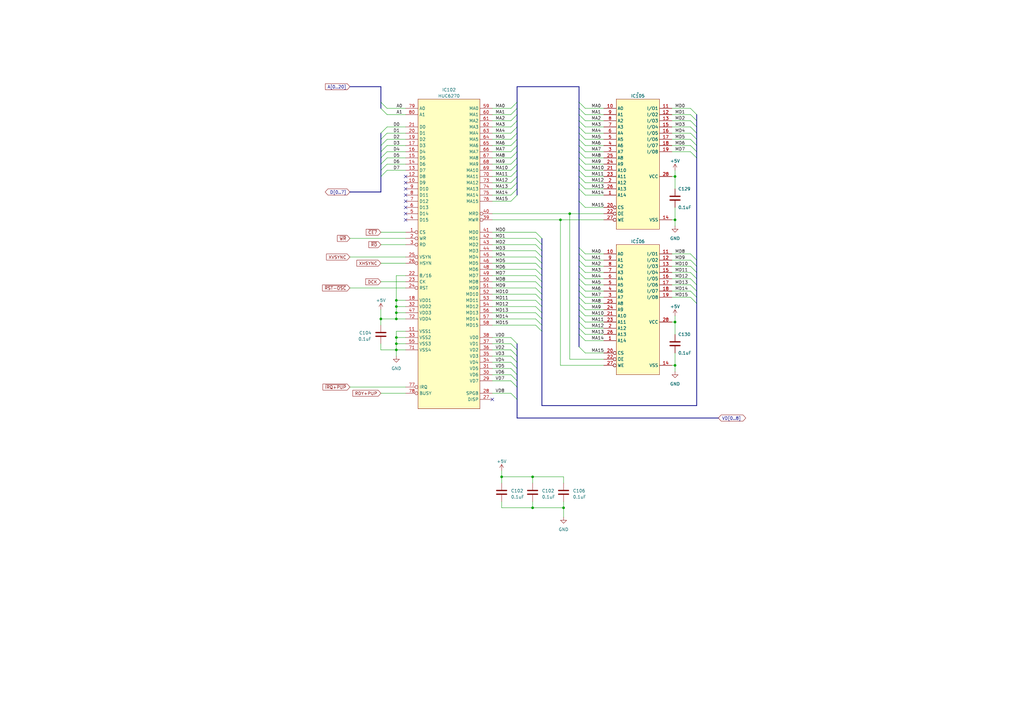
<source format=kicad_sch>
(kicad_sch (version 20230121) (generator eeschema)
  (paper "A3")
  (lib_symbols
    (symbol "Device:C" (pin_numbers hide) (pin_names (offset 0.254))
      (property "Reference" "C" (at 0.635 2.54 0))
      (property "Value" "C" (at 0.635 -2.54 0))
      (symbol "C_0_1"
        (polyline (pts (xy -2.032 -0.762) (xy 2.032 -0.762)) (stroke (width 0.508)))
        (polyline (pts (xy -2.032 0.762) (xy 2.032 0.762)) (stroke (width 0.508)))
      )
      (symbol "C_1_1"
        (pin passive line (at 0 3.81 270) (length 2.794) (name "~") (number "1"))
        (pin passive line (at 0 -3.81 90) (length 2.794) (name "~") (number "2"))
      )
    )
    (symbol "PC-Engine:Hu6270"
      (property "Reference" "IC" (at 0 62.23 0))
      (symbol "Hu6270_1_1"
        (rectangle (start -12.7 59.69) (end 12.7 -67.31) (fill (type background)))
        (pin input inverted (at -17.78 5.08 0) (length 5.08) (name "CS") (number "1"))
        (pin bidirectional line (at -17.78 25.4 0) (length 5.08) (name "D9") (number "10"))
        (pin input line (at -17.78 -35.56 0) (length 5.08) (name "VSS1") (number "11"))
        (pin bidirectional line (at -17.78 27.94 0) (length 5.08) (name "D8") (number "12"))
        (pin bidirectional line (at -17.78 30.48 0) (length 5.08) (name "D7") (number "13"))
        (pin bidirectional line (at -17.78 33.02 0) (length 5.08) (name "D6") (number "14"))
        (pin bidirectional line (at -17.78 35.56 0) (length 5.08) (name "D5") (number "15"))
        (pin bidirectional line (at -17.78 38.1 0) (length 5.08) (name "D4") (number "16"))
        (pin bidirectional line (at -17.78 40.64 0) (length 5.08) (name "D3") (number "17"))
        (pin power_in line (at -17.78 -22.86 0) (length 5.08) (name "VDD1") (number "18"))
        (pin bidirectional line (at -17.78 43.18 0) (length 5.08) (name "D2") (number "19"))
        (pin input inverted (at -17.78 2.54 0) (length 5.08) (name "WR") (number "2"))
        (pin bidirectional line (at -17.78 45.72 0) (length 5.08) (name "D1") (number "20"))
        (pin bidirectional line (at -17.78 48.26 0) (length 5.08) (name "D0") (number "21"))
        (pin input line (at -17.78 -12.7 0) (length 5.08) (name "8/16") (number "22"))
        (pin input line (at -17.78 -15.24 0) (length 5.08) (name "CK") (number "23"))
        (pin input inverted (at -17.78 -17.78 0) (length 5.08) (name "RST") (number "24"))
        (pin input inverted (at -17.78 -5.08 0) (length 5.08) (name "VSYN") (number "25"))
        (pin input inverted (at -17.78 -7.62 0) (length 5.08) (name "HSYN") (number "26"))
        (pin output line (at 17.78 -63.5 180) (length 5.08) (name "DISP") (number "27"))
        (pin output line (at 17.78 -60.96 180) (length 5.08) (name "SPGB") (number "28"))
        (pin bidirectional line (at 17.78 -55.88 180) (length 5.08) (name "VD7") (number "29"))
        (pin input inverted (at -17.78 0 0) (length 5.08) (name "RD") (number "3"))
        (pin bidirectional line (at 17.78 -53.34 180) (length 5.08) (name "VD6") (number "30"))
        (pin bidirectional line (at 17.78 -50.8 180) (length 5.08) (name "VD5") (number "31"))
        (pin power_in line (at -17.78 -25.4 0) (length 5.08) (name "VDD2") (number "32"))
        (pin input line (at -17.78 -38.1 0) (length 5.08) (name "VSS2") (number "33"))
        (pin bidirectional line (at 17.78 -48.26 180) (length 5.08) (name "VD4") (number "34"))
        (pin bidirectional line (at 17.78 -45.72 180) (length 5.08) (name "VD3") (number "35"))
        (pin bidirectional line (at 17.78 -43.18 180) (length 5.08) (name "VD2") (number "36"))
        (pin bidirectional line (at 17.78 -40.64 180) (length 5.08) (name "VD1") (number "37"))
        (pin bidirectional line (at 17.78 -38.1 180) (length 5.08) (name "VD0") (number "38"))
        (pin output inverted (at 17.78 10.16 180) (length 5.08) (name "MWR") (number "39"))
        (pin bidirectional line (at -17.78 10.16 0) (length 5.08) (name "D15") (number "4"))
        (pin output inverted (at 17.78 12.7 180) (length 5.08) (name "MRD") (number "40"))
        (pin bidirectional line (at 17.78 5.08 180) (length 5.08) (name "MD0") (number "41"))
        (pin bidirectional line (at 17.78 2.54 180) (length 5.08) (name "MD1") (number "42"))
        (pin bidirectional line (at 17.78 0 180) (length 5.08) (name "MD2") (number "43"))
        (pin bidirectional line (at 17.78 -2.54 180) (length 5.08) (name "MD3") (number "44"))
        (pin bidirectional line (at 17.78 -5.08 180) (length 5.08) (name "MD4") (number "45"))
        (pin bidirectional line (at 17.78 -7.62 180) (length 5.08) (name "MD5") (number "46"))
        (pin power_in line (at -17.78 -27.94 0) (length 5.08) (name "VDD3") (number "47"))
        (pin bidirectional line (at 17.78 -10.16 180) (length 5.08) (name "MD6") (number "48"))
        (pin bidirectional line (at 17.78 -12.7 180) (length 5.08) (name "MD7") (number "49"))
        (pin bidirectional line (at -17.78 12.7 0) (length 5.08) (name "D14") (number "5"))
        (pin bidirectional line (at 17.78 -15.24 180) (length 5.08) (name "MD8") (number "50"))
        (pin bidirectional line (at 17.78 -17.78 180) (length 5.08) (name "MD9") (number "51"))
        (pin bidirectional line (at 17.78 -20.32 180) (length 5.08) (name "MD10") (number "52"))
        (pin bidirectional line (at 17.78 -22.86 180) (length 5.08) (name "MD11") (number "53"))
        (pin bidirectional line (at 17.78 -25.4 180) (length 5.08) (name "MD12") (number "54"))
        (pin input line (at -17.78 -40.64 0) (length 5.08) (name "VSS3") (number "55"))
        (pin bidirectional line (at 17.78 -27.94 180) (length 5.08) (name "MD13") (number "56"))
        (pin bidirectional line (at 17.78 -30.48 180) (length 5.08) (name "MD14") (number "57"))
        (pin bidirectional line (at 17.78 -33.02 180) (length 5.08) (name "MD15") (number "58"))
        (pin output line (at 17.78 55.88 180) (length 5.08) (name "MA0") (number "59"))
        (pin bidirectional line (at -17.78 15.24 0) (length 5.08) (name "D13") (number "6"))
        (pin output line (at 17.78 53.34 180) (length 5.08) (name "MA1") (number "60"))
        (pin output line (at 17.78 50.8 180) (length 5.08) (name "MA2") (number "61"))
        (pin output line (at 17.78 48.26 180) (length 5.08) (name "MA3") (number "62"))
        (pin output line (at 17.78 45.72 180) (length 5.08) (name "MA4") (number "63"))
        (pin output line (at 17.78 43.18 180) (length 5.08) (name "MA5") (number "64"))
        (pin output line (at 17.78 40.64 180) (length 5.08) (name "MA6") (number "65"))
        (pin output line (at 17.78 38.1 180) (length 5.08) (name "MA7") (number "66"))
        (pin output line (at 17.78 35.56 180) (length 5.08) (name "MA8") (number "67"))
        (pin output line (at 17.78 33.02 180) (length 5.08) (name "MA9") (number "68"))
        (pin output line (at 17.78 30.48 180) (length 5.08) (name "MA10") (number "69"))
        (pin bidirectional line (at -17.78 17.78 0) (length 5.08) (name "D12") (number "7"))
        (pin output line (at 17.78 27.94 180) (length 5.08) (name "MA11") (number "70"))
        (pin input line (at -17.78 -43.18 0) (length 5.08) (name "VSS4") (number "71"))
        (pin power_in line (at -17.78 -30.48 0) (length 5.08) (name "VDD4") (number "72"))
        (pin output line (at 17.78 25.4 180) (length 5.08) (name "MA12") (number "73"))
        (pin output line (at 17.78 22.86 180) (length 5.08) (name "MA13") (number "74"))
        (pin output line (at 17.78 20.32 180) (length 5.08) (name "MA14") (number "75"))
        (pin output line (at 17.78 17.78 180) (length 5.08) (name "MA15") (number "76"))
        (pin input inverted (at -17.78 -58.42 0) (length 5.08) (name "IRQ") (number "77"))
        (pin input inverted (at -17.78 -60.96 0) (length 5.08) (name "BUSY") (number "78"))
        (pin input line (at -17.78 55.88 0) (length 5.08) (name "A0") (number "79"))
        (pin bidirectional line (at -17.78 20.32 0) (length 5.08) (name "D11") (number "8"))
        (pin input line (at -17.78 53.34 0) (length 5.08) (name "A1") (number "80"))
        (pin bidirectional line (at -17.78 22.86 0) (length 5.08) (name "D10") (number "9"))
      )
    )
    (symbol "PC-Engine:M20256"
      (property "Reference" "IC" (at 0 0 0))
      (symbol "M20256_1_1"
        (rectangle (start -8.89 -2.54) (end 8.89 -55.88) (fill (type background)))
        (pin input line (at -13.97 -41.91 0) (length 5.08) (name "A14") (number "1"))
        (pin input line (at -13.97 -6.35 0) (length 5.08) (name "A0") (number "10"))
        (pin bidirectional line (at 13.97 -6.35 180) (length 5.08) (name "I/O1") (number "11"))
        (pin bidirectional line (at 13.97 -8.89 180) (length 5.08) (name "I/O2") (number "12"))
        (pin bidirectional line (at 13.97 -11.43 180) (length 5.08) (name "I/O3") (number "13"))
        (pin power_in line (at 13.97 -52.07 180) (length 5.08) (name "VSS") (number "14"))
        (pin bidirectional line (at 13.97 -13.97 180) (length 5.08) (name "I/O4") (number "15"))
        (pin bidirectional line (at 13.97 -16.51 180) (length 5.08) (name "I/O5") (number "16"))
        (pin bidirectional line (at 13.97 -19.05 180) (length 5.08) (name "I/O6") (number "17"))
        (pin bidirectional line (at 13.97 -21.59 180) (length 5.08) (name "I/O7") (number "18"))
        (pin bidirectional line (at 13.97 -24.13 180) (length 5.08) (name "I/O8") (number "19"))
        (pin input line (at -13.97 -36.83 0) (length 5.08) (name "A12") (number "2"))
        (pin input inverted (at -13.97 -46.99 0) (length 5.08) (name "CS") (number "20"))
        (pin input line (at -13.97 -31.75 0) (length 5.08) (name "A10") (number "21"))
        (pin input inverted (at -13.97 -49.53 0) (length 5.08) (name "OE") (number "22"))
        (pin input line (at -13.97 -34.29 0) (length 5.08) (name "A11") (number "23"))
        (pin input line (at -13.97 -29.21 0) (length 5.08) (name "A9") (number "24"))
        (pin input line (at -13.97 -26.67 0) (length 5.08) (name "A8") (number "25"))
        (pin input line (at -13.97 -39.37 0) (length 5.08) (name "A13") (number "26"))
        (pin input inverted (at -13.97 -52.07 0) (length 5.08) (name "WE") (number "27"))
        (pin power_in line (at 13.97 -34.29 180) (length 5.08) (name "VCC") (number "28"))
        (pin input line (at -13.97 -24.13 0) (length 5.08) (name "A7") (number "3"))
        (pin input line (at -13.97 -21.59 0) (length 5.08) (name "A6") (number "4"))
        (pin input line (at -13.97 -19.05 0) (length 5.08) (name "A5") (number "5"))
        (pin input line (at -13.97 -16.51 0) (length 5.08) (name "A4") (number "6"))
        (pin input line (at -13.97 -13.97 0) (length 5.08) (name "A3") (number "7"))
        (pin input line (at -13.97 -11.43 0) (length 5.08) (name "A2") (number "8"))
        (pin input line (at -13.97 -8.89 0) (length 5.08) (name "A1") (number "9"))
      )
    )
    (symbol "power:+5V" (power) (pin_names (offset 0))
      (property "Value" "+5V" (at 0 3.556 0))
      (symbol "+5V_0_1"
        (polyline (pts (xy -0.762 1.27) (xy 0 2.54)))
        (polyline (pts (xy 0 0) (xy 0 2.54)))
        (polyline (pts (xy 0 2.54) (xy 0.762 1.27)))
      )
      (symbol "+5V_1_1"
        (pin power_in line (at 0 0 90) (length 0) hide (name "+5V") (number "1"))
      )
    )
    (symbol "power:GND" (power) (pin_names (offset 0))
      (property "Value" "GND" (at 0 -3.81 0))
      (symbol "GND_0_1"
        (polyline (pts (xy 0 0) (xy 0 -1.27) (xy 1.27 -1.27) (xy 0 -2.54) (xy -1.27 -1.27) (xy 0 -1.27)))
      )
      (symbol "GND_1_1"
        (pin power_in line (at 0 0 270) (length 0) hide (name "GND") (number "1"))
      )
    )
  )
  (junction (at 218.44 195.58))
  (junction (at 162.56 140.97))
  (junction (at 218.44 208.28))
  (junction (at 229.87 90.17))
  (junction (at 276.86 90.17))
  (junction (at 276.86 149.86))
  (junction (at 162.56 128.27))
  (junction (at 162.56 143.51))
  (junction (at 162.56 123.19))
  (junction (at 156.21 130.81))
  (junction (at 162.56 130.81))
  (junction (at 276.86 72.39))
  (junction (at 233.68 87.63))
  (junction (at 231.14 208.28))
  (junction (at 205.74 195.58))
  (junction (at 162.56 125.73))
  (junction (at 276.86 132.08))
  (junction (at 162.56 138.43))
  (no_connect (at 166.37 82.55))
  (no_connect (at 166.37 74.93))
  (no_connect (at 166.37 87.63))
  (no_connect (at 201.93 163.83))
  (no_connect (at 166.37 80.01))
  (no_connect (at 166.37 85.09))
  (no_connect (at 166.37 72.39))
  (no_connect (at 166.37 77.47))
  (no_connect (at 166.37 90.17))
  (bus_entry (at 209.55 151.13) (size 2.54 2.54))
  (bus_entry (at 209.55 44.45) (size 2.54 -2.54))
  (bus_entry (at 209.55 54.61) (size 2.54 -2.54))
  (bus_entry (at 283.21 116.84) (size 2.54 2.54))
  (bus_entry (at 209.55 77.47) (size 2.54 -2.54))
  (bus_entry (at 240.03 52.07) (size -2.54 -2.54))
  (bus_entry (at 209.55 153.67) (size 2.54 2.54))
  (bus_entry (at 240.03 46.99) (size -2.54 -2.54))
  (bus_entry (at 219.71 97.79) (size 2.54 2.54))
  (bus_entry (at 283.21 109.22) (size 2.54 2.54))
  (bus_entry (at 240.03 59.69) (size -2.54 -2.54))
  (bus_entry (at 283.21 62.23) (size 2.54 2.54))
  (bus_entry (at 240.03 72.39) (size -2.54 -2.54))
  (bus_entry (at 240.03 129.54) (size -2.54 -2.54))
  (bus_entry (at 158.75 59.69) (size -2.54 2.54))
  (bus_entry (at 158.75 52.07) (size -2.54 2.54))
  (bus_entry (at 219.71 128.27) (size 2.54 2.54))
  (bus_entry (at 240.03 67.31) (size -2.54 -2.54))
  (bus_entry (at 240.03 134.62) (size -2.54 -2.54))
  (bus_entry (at 219.71 115.57) (size 2.54 2.54))
  (bus_entry (at 240.03 49.53) (size -2.54 -2.54))
  (bus_entry (at 283.21 111.76) (size 2.54 2.54))
  (bus_entry (at 240.03 54.61) (size -2.54 -2.54))
  (bus_entry (at 240.03 109.22) (size -2.54 -2.54))
  (bus_entry (at 209.55 49.53) (size 2.54 -2.54))
  (bus_entry (at 158.75 54.61) (size -2.54 2.54))
  (bus_entry (at 240.03 137.16) (size -2.54 -2.54))
  (bus_entry (at 283.21 104.14) (size 2.54 2.54))
  (bus_entry (at 219.71 130.81) (size 2.54 2.54))
  (bus_entry (at 240.03 121.92) (size -2.54 -2.54))
  (bus_entry (at 209.55 62.23) (size 2.54 -2.54))
  (bus_entry (at 209.55 52.07) (size 2.54 -2.54))
  (bus_entry (at 283.21 54.61) (size 2.54 2.54))
  (bus_entry (at 240.03 119.38) (size -2.54 -2.54))
  (bus_entry (at 283.21 44.45) (size 2.54 2.54))
  (bus_entry (at 240.03 85.09) (size -2.54 -2.54))
  (bus_entry (at 158.75 62.23) (size -2.54 2.54))
  (bus_entry (at 158.75 69.85) (size -2.54 2.54))
  (bus_entry (at 209.55 72.39) (size 2.54 -2.54))
  (bus_entry (at 209.55 74.93) (size 2.54 -2.54))
  (bus_entry (at 219.71 125.73) (size 2.54 2.54))
  (bus_entry (at 240.03 74.93) (size -2.54 -2.54))
  (bus_entry (at 283.21 52.07) (size 2.54 2.54))
  (bus_entry (at 219.71 105.41) (size 2.54 2.54))
  (bus_entry (at 219.71 102.87) (size 2.54 2.54))
  (bus_entry (at 240.03 139.7) (size -2.54 -2.54))
  (bus_entry (at 240.03 132.08) (size -2.54 -2.54))
  (bus_entry (at 240.03 69.85) (size -2.54 -2.54))
  (bus_entry (at 283.21 57.15) (size 2.54 2.54))
  (bus_entry (at 209.55 161.29) (size 2.54 2.54))
  (bus_entry (at 158.75 67.31) (size -2.54 2.54))
  (bus_entry (at 219.71 133.35) (size 2.54 2.54))
  (bus_entry (at 209.55 140.97) (size 2.54 2.54))
  (bus_entry (at 209.55 148.59) (size 2.54 2.54))
  (bus_entry (at 209.55 46.99) (size 2.54 -2.54))
  (bus_entry (at 219.71 123.19) (size 2.54 2.54))
  (bus_entry (at 240.03 144.78) (size -2.54 -2.54))
  (bus_entry (at 240.03 57.15) (size -2.54 -2.54))
  (bus_entry (at 158.75 57.15) (size -2.54 2.54))
  (bus_entry (at 240.03 106.68) (size -2.54 -2.54))
  (bus_entry (at 209.55 69.85) (size 2.54 -2.54))
  (bus_entry (at 219.71 95.25) (size 2.54 2.54))
  (bus_entry (at 219.71 110.49) (size 2.54 2.54))
  (bus_entry (at 158.75 64.77) (size -2.54 2.54))
  (bus_entry (at 240.03 127) (size -2.54 -2.54))
  (bus_entry (at 283.21 59.69) (size 2.54 2.54))
  (bus_entry (at 209.55 59.69) (size 2.54 -2.54))
  (bus_entry (at 283.21 46.99) (size 2.54 2.54))
  (bus_entry (at 283.21 106.68) (size 2.54 2.54))
  (bus_entry (at 240.03 80.01) (size -2.54 -2.54))
  (bus_entry (at 240.03 77.47) (size -2.54 -2.54))
  (bus_entry (at 219.71 118.11) (size 2.54 2.54))
  (bus_entry (at 209.55 64.77) (size 2.54 -2.54))
  (bus_entry (at 219.71 113.03) (size 2.54 2.54))
  (bus_entry (at 209.55 67.31) (size 2.54 -2.54))
  (bus_entry (at 209.55 138.43) (size 2.54 2.54))
  (bus_entry (at 209.55 82.55) (size 2.54 -2.54))
  (bus_entry (at 240.03 104.14) (size -2.54 -2.54))
  (bus_entry (at 240.03 114.3) (size -2.54 -2.54))
  (bus_entry (at 283.21 49.53) (size 2.54 2.54))
  (bus_entry (at 240.03 62.23) (size -2.54 -2.54))
  (bus_entry (at 156.21 44.45) (size 2.54 2.54))
  (bus_entry (at 219.71 120.65) (size 2.54 2.54))
  (bus_entry (at 240.03 124.46) (size -2.54 -2.54))
  (bus_entry (at 240.03 44.45) (size -2.54 -2.54))
  (bus_entry (at 209.55 156.21) (size 2.54 2.54))
  (bus_entry (at 219.71 100.33) (size 2.54 2.54))
  (bus_entry (at 240.03 116.84) (size -2.54 -2.54))
  (bus_entry (at 209.55 143.51) (size 2.54 2.54))
  (bus_entry (at 209.55 57.15) (size 2.54 -2.54))
  (bus_entry (at 219.71 107.95) (size 2.54 2.54))
  (bus_entry (at 209.55 146.05) (size 2.54 2.54))
  (bus_entry (at 156.21 41.91) (size 2.54 2.54))
  (bus_entry (at 209.55 80.01) (size 2.54 -2.54))
  (bus_entry (at 240.03 111.76) (size -2.54 -2.54))
  (bus_entry (at 283.21 114.3) (size 2.54 2.54))
  (bus_entry (at 283.21 121.92) (size 2.54 2.54))
  (bus_entry (at 240.03 64.77) (size -2.54 -2.54))
  (bus_entry (at 283.21 119.38) (size 2.54 2.54))
  (bus (pts (xy 237.49 137.16) (xy 237.49 142.24)))
  (bus (pts (xy 156.21 59.69) (xy 156.21 62.23)))
  (bus (pts (xy 237.49 127) (xy 237.49 124.46)))
  (bus (pts (xy 156.21 69.85) (xy 156.21 72.39)))
  (wire (pts (xy 209.55 148.59) (xy 201.93 148.59)))
  (wire (pts (xy 283.21 62.23) (xy 275.59 62.23)))
  (wire (pts (xy 209.55 49.53) (xy 201.93 49.53)))
  (wire (pts (xy 247.65 127) (xy 240.03 127)))
  (wire (pts (xy 209.55 54.61) (xy 201.93 54.61)))
  (bus (pts (xy 237.49 64.77) (xy 237.49 62.23)))
  (wire (pts (xy 218.44 208.28) (xy 218.44 205.74)))
  (bus (pts (xy 156.21 35.56) (xy 156.21 41.91)))
  (wire (pts (xy 162.56 135.89) (xy 162.56 138.43)))
  (wire (pts (xy 162.56 113.03) (xy 166.37 113.03)))
  (wire (pts (xy 156.21 161.29) (xy 166.37 161.29)))
  (wire (pts (xy 247.65 111.76) (xy 240.03 111.76)))
  (bus (pts (xy 156.21 41.91) (xy 156.21 44.45)))
  (wire (pts (xy 219.71 97.79) (xy 201.93 97.79)))
  (wire (pts (xy 219.71 113.03) (xy 201.93 113.03)))
  (wire (pts (xy 162.56 140.97) (xy 166.37 140.97)))
  (wire (pts (xy 209.55 67.31) (xy 201.93 67.31)))
  (bus (pts (xy 156.21 54.61) (xy 156.21 57.15)))
  (bus (pts (xy 222.25 123.19) (xy 222.25 125.73)))
  (wire (pts (xy 247.65 44.45) (xy 240.03 44.45)))
  (bus (pts (xy 237.49 121.92) (xy 237.49 119.38)))
  (wire (pts (xy 209.55 143.51) (xy 201.93 143.51)))
  (bus (pts (xy 237.49 114.3) (xy 237.49 111.76)))
  (wire (pts (xy 166.37 54.61) (xy 158.75 54.61)))
  (wire (pts (xy 283.21 109.22) (xy 275.59 109.22)))
  (bus (pts (xy 222.25 100.33) (xy 222.25 102.87)))
  (wire (pts (xy 156.21 107.95) (xy 166.37 107.95)))
  (wire (pts (xy 209.55 140.97) (xy 201.93 140.97)))
  (wire (pts (xy 219.71 95.25) (xy 201.93 95.25)))
  (bus (pts (xy 156.21 57.15) (xy 156.21 59.69)))
  (wire (pts (xy 283.21 49.53) (xy 275.59 49.53)))
  (wire (pts (xy 162.56 138.43) (xy 166.37 138.43)))
  (bus (pts (xy 222.25 110.49) (xy 222.25 113.03)))
  (wire (pts (xy 201.93 115.57) (xy 219.71 115.57)))
  (wire (pts (xy 276.86 132.08) (xy 276.86 137.16)))
  (wire (pts (xy 276.86 129.54) (xy 276.86 132.08)))
  (bus (pts (xy 237.49 116.84) (xy 237.49 114.3)))
  (bus (pts (xy 285.75 59.69) (xy 285.75 62.23)))
  (bus (pts (xy 237.49 69.85) (xy 237.49 67.31)))
  (wire (pts (xy 247.65 59.69) (xy 240.03 59.69)))
  (wire (pts (xy 209.55 82.55) (xy 201.93 82.55)))
  (wire (pts (xy 209.55 72.39) (xy 201.93 72.39)))
  (wire (pts (xy 247.65 139.7) (xy 240.03 139.7)))
  (bus (pts (xy 212.09 59.69) (xy 212.09 57.15)))
  (wire (pts (xy 166.37 130.81) (xy 162.56 130.81)))
  (bus (pts (xy 212.09 35.56) (xy 212.09 41.91)))
  (wire (pts (xy 247.65 52.07) (xy 240.03 52.07)))
  (bus (pts (xy 237.49 59.69) (xy 237.49 57.15)))
  (wire (pts (xy 275.59 72.39) (xy 276.86 72.39)))
  (wire (pts (xy 229.87 149.86) (xy 247.65 149.86)))
  (wire (pts (xy 162.56 143.51) (xy 156.21 143.51)))
  (wire (pts (xy 209.55 138.43) (xy 201.93 138.43)))
  (bus (pts (xy 212.09 143.51) (xy 212.09 146.05)))
  (bus (pts (xy 285.75 54.61) (xy 285.75 57.15)))
  (wire (pts (xy 156.21 115.57) (xy 166.37 115.57)))
  (bus (pts (xy 237.49 74.93) (xy 237.49 72.39)))
  (wire (pts (xy 247.65 116.84) (xy 240.03 116.84)))
  (wire (pts (xy 218.44 208.28) (xy 205.74 208.28)))
  (bus (pts (xy 212.09 163.83) (xy 212.09 171.45)))
  (wire (pts (xy 247.65 54.61) (xy 240.03 54.61)))
  (bus (pts (xy 237.49 44.45) (xy 237.49 41.91)))
  (wire (pts (xy 283.21 57.15) (xy 275.59 57.15)))
  (wire (pts (xy 276.86 149.86) (xy 276.86 152.4)))
  (bus (pts (xy 212.09 140.97) (xy 212.09 143.51)))
  (bus (pts (xy 285.75 124.46) (xy 285.75 166.37)))
  (wire (pts (xy 233.68 147.32) (xy 233.68 87.63)))
  (wire (pts (xy 166.37 125.73) (xy 162.56 125.73)))
  (bus (pts (xy 212.09 156.21) (xy 212.09 158.75)))
  (wire (pts (xy 247.65 67.31) (xy 240.03 67.31)))
  (bus (pts (xy 212.09 148.59) (xy 212.09 151.13)))
  (wire (pts (xy 247.65 74.93) (xy 240.03 74.93)))
  (bus (pts (xy 212.09 72.39) (xy 212.09 69.85)))
  (bus (pts (xy 285.75 62.23) (xy 285.75 64.77)))
  (bus (pts (xy 212.09 171.45) (xy 294.64 171.45)))
  (bus (pts (xy 285.75 116.84) (xy 285.75 119.38)))
  (bus (pts (xy 222.25 133.35) (xy 222.25 135.89)))
  (wire (pts (xy 158.75 46.99) (xy 166.37 46.99)))
  (bus (pts (xy 222.25 97.79) (xy 222.25 100.33)))
  (wire (pts (xy 276.86 72.39) (xy 276.86 77.47)))
  (bus (pts (xy 222.25 113.03) (xy 222.25 115.57)))
  (bus (pts (xy 222.25 120.65) (xy 222.25 123.19)))
  (wire (pts (xy 209.55 46.99) (xy 201.93 46.99)))
  (wire (pts (xy 162.56 143.51) (xy 166.37 143.51)))
  (wire (pts (xy 162.56 128.27) (xy 162.56 125.73)))
  (wire (pts (xy 162.56 140.97) (xy 162.56 143.51)))
  (wire (pts (xy 209.55 161.29) (xy 201.93 161.29)))
  (wire (pts (xy 283.21 46.99) (xy 275.59 46.99)))
  (wire (pts (xy 166.37 57.15) (xy 158.75 57.15)))
  (bus (pts (xy 212.09 54.61) (xy 212.09 52.07)))
  (wire (pts (xy 209.55 146.05) (xy 201.93 146.05)))
  (wire (pts (xy 231.14 208.28) (xy 231.14 205.74)))
  (wire (pts (xy 283.21 119.38) (xy 275.59 119.38)))
  (wire (pts (xy 162.56 130.81) (xy 156.21 130.81)))
  (wire (pts (xy 201.93 90.17) (xy 229.87 90.17)))
  (bus (pts (xy 212.09 64.77) (xy 212.09 62.23)))
  (bus (pts (xy 212.09 59.69) (xy 212.09 62.23)))
  (bus (pts (xy 237.49 35.56) (xy 237.49 41.91)))
  (wire (pts (xy 247.65 106.68) (xy 240.03 106.68)))
  (bus (pts (xy 143.51 35.56) (xy 156.21 35.56)))
  (wire (pts (xy 283.21 106.68) (xy 275.59 106.68)))
  (bus (pts (xy 222.25 107.95) (xy 222.25 110.49)))
  (wire (pts (xy 247.65 85.09) (xy 240.03 85.09)))
  (bus (pts (xy 237.49 72.39) (xy 237.49 69.85)))
  (bus (pts (xy 285.75 49.53) (xy 285.75 52.07)))
  (wire (pts (xy 275.59 90.17) (xy 276.86 90.17)))
  (bus (pts (xy 212.09 67.31) (xy 212.09 64.77)))
  (bus (pts (xy 237.49 119.38) (xy 237.49 116.84)))
  (wire (pts (xy 247.65 72.39) (xy 240.03 72.39)))
  (wire (pts (xy 283.21 104.14) (xy 275.59 104.14)))
  (wire (pts (xy 247.65 132.08) (xy 240.03 132.08)))
  (wire (pts (xy 209.55 59.69) (xy 201.93 59.69)))
  (wire (pts (xy 247.65 104.14) (xy 240.03 104.14)))
  (wire (pts (xy 275.59 132.08) (xy 276.86 132.08)))
  (wire (pts (xy 201.93 128.27) (xy 219.71 128.27)))
  (bus (pts (xy 222.25 118.11) (xy 222.25 120.65)))
  (wire (pts (xy 201.93 130.81) (xy 219.71 130.81)))
  (wire (pts (xy 201.93 120.65) (xy 219.71 120.65)))
  (wire (pts (xy 229.87 90.17) (xy 229.87 149.86)))
  (wire (pts (xy 209.55 62.23) (xy 201.93 62.23)))
  (bus (pts (xy 212.09 146.05) (xy 212.09 148.59)))
  (bus (pts (xy 237.49 104.14) (xy 237.49 101.6)))
  (wire (pts (xy 162.56 130.81) (xy 162.56 128.27)))
  (wire (pts (xy 166.37 69.85) (xy 158.75 69.85)))
  (wire (pts (xy 283.21 121.92) (xy 275.59 121.92)))
  (wire (pts (xy 283.21 114.3) (xy 275.59 114.3)))
  (wire (pts (xy 162.56 138.43) (xy 162.56 140.97)))
  (bus (pts (xy 237.49 54.61) (xy 237.49 52.07)))
  (bus (pts (xy 156.21 72.39) (xy 156.21 78.74)))
  (bus (pts (xy 156.21 62.23) (xy 156.21 64.77)))
  (wire (pts (xy 143.51 105.41) (xy 166.37 105.41)))
  (bus (pts (xy 212.09 69.85) (xy 212.09 67.31)))
  (bus (pts (xy 237.49 109.22) (xy 237.49 106.68)))
  (bus (pts (xy 212.09 77.47) (xy 212.09 74.93)))
  (wire (pts (xy 233.68 87.63) (xy 247.65 87.63)))
  (bus (pts (xy 222.25 135.89) (xy 222.25 166.37)))
  (wire (pts (xy 276.86 90.17) (xy 276.86 92.71)))
  (wire (pts (xy 166.37 123.19) (xy 162.56 123.19)))
  (bus (pts (xy 212.09 74.93) (xy 212.09 72.39)))
  (bus (pts (xy 285.75 46.99) (xy 285.75 49.53)))
  (bus (pts (xy 222.25 115.57) (xy 222.25 118.11)))
  (wire (pts (xy 247.65 109.22) (xy 240.03 109.22)))
  (bus (pts (xy 237.49 132.08) (xy 237.49 129.54)))
  (wire (pts (xy 209.55 64.77) (xy 201.93 64.77)))
  (wire (pts (xy 156.21 100.33) (xy 166.37 100.33)))
  (bus (pts (xy 237.49 82.55) (xy 237.49 77.47)))
  (wire (pts (xy 209.55 74.93) (xy 201.93 74.93)))
  (wire (pts (xy 247.65 121.92) (xy 240.03 121.92)))
  (wire (pts (xy 231.14 208.28) (xy 218.44 208.28)))
  (bus (pts (xy 237.49 111.76) (xy 237.49 109.22)))
  (wire (pts (xy 156.21 130.81) (xy 156.21 133.35)))
  (wire (pts (xy 143.51 118.11) (xy 166.37 118.11)))
  (wire (pts (xy 219.71 105.41) (xy 201.93 105.41)))
  (wire (pts (xy 162.56 125.73) (xy 162.56 123.19)))
  (wire (pts (xy 201.93 123.19) (xy 219.71 123.19)))
  (wire (pts (xy 166.37 62.23) (xy 158.75 62.23)))
  (wire (pts (xy 201.93 125.73) (xy 219.71 125.73)))
  (bus (pts (xy 285.75 52.07) (xy 285.75 54.61)))
  (bus (pts (xy 285.75 64.77) (xy 285.75 106.68)))
  (bus (pts (xy 237.49 134.62) (xy 237.49 132.08)))
  (wire (pts (xy 219.71 100.33) (xy 201.93 100.33)))
  (wire (pts (xy 201.93 133.35) (xy 219.71 133.35)))
  (wire (pts (xy 209.55 80.01) (xy 201.93 80.01)))
  (wire (pts (xy 156.21 95.25) (xy 166.37 95.25)))
  (bus (pts (xy 285.75 109.22) (xy 285.75 111.76)))
  (bus (pts (xy 156.21 67.31) (xy 156.21 69.85)))
  (bus (pts (xy 212.09 151.13) (xy 212.09 153.67)))
  (wire (pts (xy 205.74 198.12) (xy 205.74 195.58)))
  (bus (pts (xy 222.25 102.87) (xy 222.25 105.41)))
  (wire (pts (xy 156.21 130.81) (xy 156.21 127)))
  (bus (pts (xy 222.25 128.27) (xy 222.25 130.81)))
  (bus (pts (xy 212.09 52.07) (xy 212.09 49.53)))
  (bus (pts (xy 285.75 121.92) (xy 285.75 124.46)))
  (wire (pts (xy 209.55 77.47) (xy 201.93 77.47)))
  (wire (pts (xy 247.65 144.78) (xy 240.03 144.78)))
  (wire (pts (xy 162.56 143.51) (xy 162.56 146.05)))
  (wire (pts (xy 283.21 44.45) (xy 275.59 44.45)))
  (wire (pts (xy 201.93 87.63) (xy 233.68 87.63)))
  (bus (pts (xy 285.75 57.15) (xy 285.75 59.69)))
  (wire (pts (xy 158.75 44.45) (xy 166.37 44.45)))
  (wire (pts (xy 218.44 195.58) (xy 231.14 195.58)))
  (bus (pts (xy 212.09 158.75) (xy 212.09 163.83)))
  (wire (pts (xy 247.65 46.99) (xy 240.03 46.99)))
  (bus (pts (xy 237.49 62.23) (xy 237.49 59.69)))
  (wire (pts (xy 219.71 107.95) (xy 201.93 107.95)))
  (wire (pts (xy 283.21 111.76) (xy 275.59 111.76)))
  (bus (pts (xy 212.09 49.53) (xy 212.09 46.99)))
  (wire (pts (xy 205.74 195.58) (xy 218.44 195.58)))
  (wire (pts (xy 247.65 114.3) (xy 240.03 114.3)))
  (bus (pts (xy 285.75 119.38) (xy 285.75 121.92)))
  (wire (pts (xy 209.55 151.13) (xy 201.93 151.13)))
  (bus (pts (xy 237.49 77.47) (xy 237.49 74.93)))
  (bus (pts (xy 237.49 124.46) (xy 237.49 121.92)))
  (wire (pts (xy 166.37 59.69) (xy 158.75 59.69)))
  (bus (pts (xy 285.75 114.3) (xy 285.75 116.84)))
  (wire (pts (xy 247.65 119.38) (xy 240.03 119.38)))
  (wire (pts (xy 283.21 116.84) (xy 275.59 116.84)))
  (wire (pts (xy 209.55 44.45) (xy 201.93 44.45)))
  (wire (pts (xy 247.65 80.01) (xy 240.03 80.01)))
  (wire (pts (xy 209.55 52.07) (xy 201.93 52.07)))
  (bus (pts (xy 212.09 57.15) (xy 212.09 54.61)))
  (wire (pts (xy 283.21 52.07) (xy 275.59 52.07)))
  (wire (pts (xy 166.37 67.31) (xy 158.75 67.31)))
  (wire (pts (xy 247.65 134.62) (xy 240.03 134.62)))
  (bus (pts (xy 156.21 64.77) (xy 156.21 67.31)))
  (bus (pts (xy 285.75 106.68) (xy 285.75 109.22)))
  (wire (pts (xy 231.14 208.28) (xy 231.14 212.09)))
  (bus (pts (xy 222.25 130.81) (xy 222.25 133.35)))
  (bus (pts (xy 237.49 52.07) (xy 237.49 49.53)))
  (wire (pts (xy 247.65 69.85) (xy 240.03 69.85)))
  (bus (pts (xy 237.49 101.6) (xy 237.49 82.55)))
  (wire (pts (xy 143.51 158.75) (xy 166.37 158.75)))
  (bus (pts (xy 237.49 57.15) (xy 237.49 54.61)))
  (wire (pts (xy 247.65 137.16) (xy 240.03 137.16)))
  (bus (pts (xy 222.25 166.37) (xy 285.75 166.37)))
  (wire (pts (xy 209.55 156.21) (xy 201.93 156.21)))
  (wire (pts (xy 166.37 52.07) (xy 158.75 52.07)))
  (wire (pts (xy 276.86 90.17) (xy 276.86 85.09)))
  (wire (pts (xy 247.65 49.53) (xy 240.03 49.53)))
  (wire (pts (xy 229.87 90.17) (xy 247.65 90.17)))
  (wire (pts (xy 247.65 64.77) (xy 240.03 64.77)))
  (bus (pts (xy 212.09 46.99) (xy 212.09 44.45)))
  (bus (pts (xy 237.49 137.16) (xy 237.49 134.62)))
  (wire (pts (xy 209.55 57.15) (xy 201.93 57.15)))
  (wire (pts (xy 247.65 124.46) (xy 240.03 124.46)))
  (wire (pts (xy 166.37 128.27) (xy 162.56 128.27)))
  (wire (pts (xy 209.55 153.67) (xy 201.93 153.67)))
  (bus (pts (xy 212.09 80.01) (xy 212.09 77.47)))
  (wire (pts (xy 201.93 118.11) (xy 219.71 118.11)))
  (wire (pts (xy 283.21 54.61) (xy 275.59 54.61)))
  (bus (pts (xy 237.49 106.68) (xy 237.49 104.14)))
  (wire (pts (xy 143.51 97.79) (xy 166.37 97.79)))
  (bus (pts (xy 212.09 44.45) (xy 212.09 41.91)))
  (wire (pts (xy 276.86 149.86) (xy 276.86 144.78)))
  (bus (pts (xy 222.25 125.73) (xy 222.25 128.27)))
  (bus (pts (xy 212.09 153.67) (xy 212.09 156.21)))
  (bus (pts (xy 222.25 105.41) (xy 222.25 107.95)))
  (wire (pts (xy 209.55 69.85) (xy 201.93 69.85)))
  (wire (pts (xy 219.71 110.49) (xy 201.93 110.49)))
  (bus (pts (xy 237.49 35.56) (xy 212.09 35.56)))
  (bus (pts (xy 237.49 46.99) (xy 237.49 44.45)))
  (wire (pts (xy 276.86 69.85) (xy 276.86 72.39)))
  (bus (pts (xy 237.49 49.53) (xy 237.49 46.99)))
  (bus (pts (xy 237.49 129.54) (xy 237.49 127)))
  (wire (pts (xy 162.56 123.19) (xy 162.56 113.03)))
  (bus (pts (xy 285.75 111.76) (xy 285.75 114.3)))
  (wire (pts (xy 205.74 208.28) (xy 205.74 205.74)))
  (wire (pts (xy 166.37 135.89) (xy 162.56 135.89)))
  (bus (pts (xy 143.51 78.74) (xy 156.21 78.74)))
  (wire (pts (xy 218.44 195.58) (xy 218.44 198.12)))
  (wire (pts (xy 156.21 143.51) (xy 156.21 140.97)))
  (wire (pts (xy 219.71 102.87) (xy 201.93 102.87)))
  (wire (pts (xy 247.65 57.15) (xy 240.03 57.15)))
  (wire (pts (xy 231.14 195.58) (xy 231.14 198.12)))
  (wire (pts (xy 166.37 64.77) (xy 158.75 64.77)))
  (wire (pts (xy 283.21 59.69) (xy 275.59 59.69)))
  (wire (pts (xy 247.65 129.54) (xy 240.03 129.54)))
  (wire (pts (xy 247.65 62.23) (xy 240.03 62.23)))
  (wire (pts (xy 247.65 147.32) (xy 233.68 147.32)))
  (wire (pts (xy 205.74 193.04) (xy 205.74 195.58)))
  (wire (pts (xy 247.65 77.47) (xy 240.03 77.47)))
  (bus (pts (xy 237.49 67.31) (xy 237.49 64.77)))
  (wire (pts (xy 275.59 149.86) (xy 276.86 149.86)))
  (label "MA5" (at 242.57 57.15 0))
  (label "MD9" (at 203.2 118.11 0))
  (label "MA12" (at 242.57 134.62 0))
  (label "MA8" (at 203.2 64.77 0))
  (label "MA15" (at 242.57 144.78 0))
  (label "MA13" (at 203.2 77.47 0))
  (label "MA1" (at 242.57 46.99 0))
  (label "MD2" (at 203.2 100.33 0))
  (label "MA9" (at 203.2 67.31 0))
  (label "MA12" (at 242.57 74.93 0))
  (label "MD0" (at 203.2 95.25 0))
  (label "MA10" (at 242.57 69.85 0))
  (label "MA11" (at 242.57 72.39 0))
  (label "VD2" (at 203.2 143.51 0))
  (label "MD3" (at 276.86 52.07 0))
  (label "MA2" (at 242.57 49.53 0))
  (label "VD5" (at 203.2 151.13 0))
  (label "MD5" (at 203.2 107.95 0))
  (label "D6" (at 161.29 67.31 0))
  (label "MA10" (at 242.57 129.54 0))
  (label "MD0" (at 276.86 44.45 0))
  (label "MA14" (at 242.57 139.7 0))
  (label "MD1" (at 276.86 46.99 0))
  (label "D0" (at 161.29 52.07 0))
  (label "MD5" (at 276.86 57.15 0))
  (label "MA2" (at 242.57 109.22 0))
  (label "MA9" (at 242.57 127 0))
  (label "MD15" (at 276.86 121.92 0))
  (label "D7" (at 161.29 69.85 0))
  (label "MA0" (at 242.57 44.45 0))
  (label "MA7" (at 203.2 62.23 0))
  (label "MA5" (at 203.2 57.15 0))
  (label "MD14" (at 203.2 130.81 0))
  (label "D1" (at 161.29 54.61 0))
  (label "MD6" (at 203.2 110.49 0))
  (label "MD7" (at 203.2 113.03 0))
  (label "MD14" (at 276.86 119.38 0))
  (label "MD11" (at 276.86 111.76 0))
  (label "MA12" (at 203.2 74.93 0))
  (label "MA6" (at 203.2 59.69 0))
  (label "MD4" (at 276.86 54.61 0))
  (label "MA14" (at 242.57 80.01 0))
  (label "MA0" (at 242.57 104.14 0))
  (label "MD10" (at 276.86 109.22 0))
  (label "MD8" (at 276.86 104.14 0))
  (label "D3" (at 161.29 59.69 0))
  (label "MA7" (at 242.57 121.92 0))
  (label "D5" (at 161.29 64.77 0))
  (label "MD10" (at 203.2 120.65 0))
  (label "A1" (at 162.56 46.99 0))
  (label "MA0" (at 203.2 44.45 0))
  (label "MD7" (at 276.86 62.23 0))
  (label "MA11" (at 203.2 72.39 0))
  (label "VD8" (at 203.2 161.29 0))
  (label "MA11" (at 242.57 132.08 0))
  (label "MA15" (at 203.2 82.55 0))
  (label "MA1" (at 203.2 46.99 0))
  (label "MA6" (at 242.57 119.38 0))
  (label "MD2" (at 276.86 49.53 0))
  (label "VD3" (at 203.2 146.05 0))
  (label "MA9" (at 242.57 67.31 0))
  (label "MA3" (at 203.2 52.07 0))
  (label "MA14" (at 203.2 80.01 0))
  (label "MD12" (at 203.2 125.73 0))
  (label "MA15" (at 242.57 85.09 0))
  (label "MA4" (at 242.57 54.61 0))
  (label "MA4" (at 203.2 54.61 0))
  (label "MA13" (at 242.57 77.47 0))
  (label "MA4" (at 242.57 114.3 0))
  (label "MA3" (at 242.57 52.07 0))
  (label "MA6" (at 242.57 59.69 0))
  (label "VD7" (at 203.2 156.21 0))
  (label "MD6" (at 276.86 59.69 0))
  (label "MD3" (at 203.2 102.87 0))
  (label "MA7" (at 242.57 62.23 0))
  (label "MD12" (at 276.86 114.3 0))
  (label "MD13" (at 276.86 116.84 0))
  (label "MA5" (at 242.57 116.84 0))
  (label "MD1" (at 203.2 97.79 0))
  (label "VD1" (at 203.2 140.97 0))
  (label "D4" (at 161.29 62.23 0))
  (label "MA3" (at 242.57 111.76 0))
  (label "MA8" (at 242.57 124.46 0))
  (label "MA1" (at 242.57 106.68 0))
  (label "MD8" (at 203.2 115.57 0))
  (label "MA8" (at 242.57 64.77 0))
  (label "MD4" (at 203.2 105.41 0))
  (label "MD15" (at 203.2 133.35 0))
  (label "MA10" (at 203.2 69.85 0))
  (label "MA13" (at 242.57 137.16 0))
  (label "D2" (at 161.29 57.15 0))
  (label "MD13" (at 203.2 128.27 0))
  (label "VD0" (at 203.2 138.43 0))
  (label "VD6" (at 203.2 153.67 0))
  (label "MA2" (at 203.2 49.53 0))
  (label "MD9" (at 276.86 106.68 0))
  (label "MD11" (at 203.2 123.19 0))
  (label "VD4" (at 203.2 148.59 0))
  (label "A0" (at 162.56 44.45 0))
  (global_label "~{RST-OSC}" (shape input) (at 143.51 118.11 180) (property "Intersheetrefs" "${INTERSHEET_REFS}" (effects hide)))
  (global_label "VD[0..8]" (shape bidirectional) (at 294.64 171.45 0) (property "Intersheetrefs" "${INTERSHEET_REFS}" (effects hide)))
  (global_label "A[0..20]" (shape input) (at 143.51 35.56 180) (property "Intersheetrefs" "${INTERSHEET_REFS}" (effects hide)))
  (global_label "~{CE7}" (shape input) (at 156.21 95.25 180) (property "Intersheetrefs" "${INTERSHEET_REFS}" (effects hide)))
  (global_label "XHSYNC" (shape input) (at 156.21 107.95 180) (property "Intersheetrefs" "${INTERSHEET_REFS}" (effects hide)))
  (global_label "DCK" (shape input) (at 156.21 115.57 180) (property "Intersheetrefs" "${INTERSHEET_REFS}" (effects hide)))
  (global_label "~{RD}" (shape input) (at 156.21 100.33 180) (property "Intersheetrefs" "${INTERSHEET_REFS}" (effects hide)))
  (global_label "XVSYNC" (shape input) (at 143.51 105.41 180) (property "Intersheetrefs" "${INTERSHEET_REFS}" (effects hide)))
  (global_label "~{IRQ+PUP}" (shape input) (at 143.51 158.75 180) (property "Intersheetrefs" "${INTERSHEET_REFS}" (effects hide)))
  (global_label "~{WR}" (shape input) (at 143.51 97.79 180) (property "Intersheetrefs" "${INTERSHEET_REFS}" (effects hide)))
  (global_label "D[0..7]" (shape bidirectional) (at 143.51 78.74 180) (property "Intersheetrefs" "${INTERSHEET_REFS}" (effects hide)))
  (global_label "RDY+PUP" (shape input) (at 156.21 161.29 180) (property "Intersheetrefs" "${INTERSHEET_REFS}" (effects hide)))
  (symbol (lib_id "Device:C") (at 276.86 140.97 0) (unit 1)
    (property "Reference" "C130" (at 278.13 137.16 0) (effects (justify left)))
    (property "Value" "0.1uF" (at 278.13 144.78 0) (effects (justify left)))
    (property "Footprint" "A-PCENGINE:SMD_1206_C" (effects hide))
  )
  (symbol (lib_id "PC-Engine:M20256") (at 261.62 97.79 0) (unit 1)
    (property "Reference" "IC106" (at 261.62 99.06 0))
    (property "Value" "~" (at 261.62 97.79 0))
    (property "Footprint" "A-PCENGINE:HSRM20256LM" (effects hide))
  )
  (symbol (lib_id "power:GND") (at 276.86 92.71 0) (unit 1)
    (property "Reference" "#PWR022" (effects hide))
    (property "Value" "GND" (at 276.86 97.79 0))
  )
  (symbol (lib_id "Device:C") (at 205.74 201.93 0) (unit 1)
    (property "Reference" "C102" (at 209.55 201.295 0) (effects (justify left)))
    (property "Value" "0.1uF" (at 209.55 203.835 0) (effects (justify left)))
    (property "Footprint" "A-PCENGINE:SMD_1206_C" (effects hide))
    (instances (project "PCE" (path "" (reference "C102") (unit 1)) (path "" (reference "C125") (unit 1))))
  )
  (symbol (lib_id "power:+5V") (at 205.74 193.04 0) (unit 1)
    (property "Reference" "#PWR06" (effects hide))
    (property "Value" "+5V" (at 205.74 189.23 0))
    (instances (project "PCE" (path "" (reference "#PWR06") (unit 1)) (path "" (reference "#PWR016") (unit 1))))
  )
  (symbol (lib_id "Device:C") (at 276.86 81.28 0) (unit 1)
    (property "Reference" "C129" (at 278.13 77.47 0) (effects (justify left)))
    (property "Value" "0.1uF" (at 278.13 85.09 0) (effects (justify left)))
    (property "Footprint" "A-PCENGINE:SMD_1206_C" (effects hide))
  )
  (symbol (lib_id "power:GND") (at 162.56 146.05 0) (unit 1)
    (property "Reference" "#PWR018" (effects hide))
    (property "Value" "GND" (at 162.56 151.13 0))
  )
  (symbol (lib_id "Device:C") (at 231.14 201.93 0) (unit 1)
    (property "Reference" "C106" (at 234.95 201.295 0) (effects (justify left)))
    (property "Value" "0.1uF" (at 234.95 203.835 0) (effects (justify left)))
    (property "Footprint" "A-PCENGINE:SMD_1206_C" (effects hide))
    (instances (project "PCE" (path "" (reference "C106") (unit 1)) (path "" (reference "C127") (unit 1))))
  )
  (symbol (lib_id "PC-Engine:Hu6270") (at 184.15 100.33 0) (unit 1)
    (property "Reference" "IC102" (at 184.15 36.83 0))
    (property "Value" "HUC6270" (at 184.15 39.37 0))
    (property "Footprint" "A-PCENGINE:HUC62xx" (effects hide))
  )
  (symbol (lib_id "power:+5V") (at 276.86 129.54 0) (unit 1)
    (property "Reference" "#PWR020" (effects hide))
    (property "Value" "+5V" (at 276.86 125.73 0))
  )
  (symbol (lib_id "Device:C") (at 156.21 137.16 0) (mirror y) (unit 1)
    (property "Reference" "C104" (at 152.4 136.525 0) (effects (justify left)))
    (property "Value" "0.1uF" (at 152.4 139.065 0) (effects (justify left)))
    (property "Footprint" "A-PCENGINE:SMD_1206_C" (effects hide))
    (instances (project "PCE" (path "" (reference "C104") (unit 1)) (path "" (reference "C124") (unit 1))))
  )
  (symbol (lib_id "power:GND") (at 231.14 212.09 0) (unit 1)
    (property "Reference" "#PWR07" (effects hide))
    (property "Value" "GND" (at 231.14 217.17 0))
    (instances (project "PCE" (path "" (reference "#PWR07") (unit 1)) (path "" (reference "#PWR017") (unit 1))))
  )
  (symbol (lib_id "PC-Engine:M20256") (at 261.62 38.1 0) (unit 1)
    (property "Reference" "IC105" (at 261.62 39.37 0))
    (property "Value" "~" (at 261.62 38.1 0))
    (property "Footprint" "A-PCENGINE:HSRM20256LM" (effects hide))
  )
  (symbol (lib_id "power:GND") (at 276.86 152.4 0) (unit 1)
    (property "Reference" "#PWR023" (effects hide))
    (property "Value" "GND" (at 276.86 157.48 0))
  )
  (symbol (lib_id "power:+5V") (at 276.86 69.85 0) (unit 1)
    (property "Reference" "#PWR021" (effects hide))
    (property "Value" "+5V" (at 276.86 66.04 0))
  )
  (symbol (lib_id "Device:C") (at 218.44 201.93 0) (unit 1)
    (property "Reference" "C102" (at 222.25 201.295 0) (effects (justify left)))
    (property "Value" "0.1uF" (at 222.25 203.835 0) (effects (justify left)))
    (property "Footprint" "A-PCENGINE:SMD_1206_C" (effects hide))
    (instances (project "PCE" (path "" (reference "C102") (unit 1)) (path "" (reference "C126") (unit 1))))
  )
  (symbol (lib_id "power:+5V") (at 156.21 127 0) (unit 1)
    (property "Reference" "#PWR019" (effects hide))
    (property "Value" "+5V" (at 156.21 123.19 0))
  )
)
</source>
